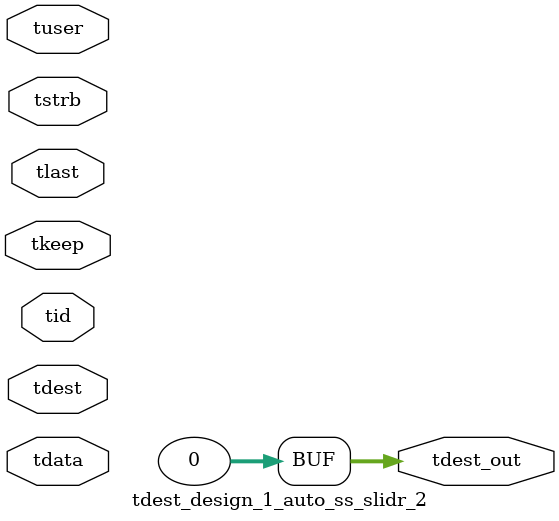
<source format=v>


`timescale 1ps/1ps

module tdest_design_1_auto_ss_slidr_2 #
(
parameter C_S_AXIS_TDATA_WIDTH = 32,
parameter C_S_AXIS_TUSER_WIDTH = 0,
parameter C_S_AXIS_TID_WIDTH   = 0,
parameter C_S_AXIS_TDEST_WIDTH = 0,
parameter C_M_AXIS_TDEST_WIDTH = 32
)
(
input  [(C_S_AXIS_TDATA_WIDTH == 0 ? 1 : C_S_AXIS_TDATA_WIDTH)-1:0     ] tdata,
input  [(C_S_AXIS_TUSER_WIDTH == 0 ? 1 : C_S_AXIS_TUSER_WIDTH)-1:0     ] tuser,
input  [(C_S_AXIS_TID_WIDTH   == 0 ? 1 : C_S_AXIS_TID_WIDTH)-1:0       ] tid,
input  [(C_S_AXIS_TDEST_WIDTH == 0 ? 1 : C_S_AXIS_TDEST_WIDTH)-1:0     ] tdest,
input  [(C_S_AXIS_TDATA_WIDTH/8)-1:0 ] tkeep,
input  [(C_S_AXIS_TDATA_WIDTH/8)-1:0 ] tstrb,
input                                                                    tlast,
output [C_M_AXIS_TDEST_WIDTH-1:0] tdest_out
);

assign tdest_out = {1'b0};

endmodule


</source>
